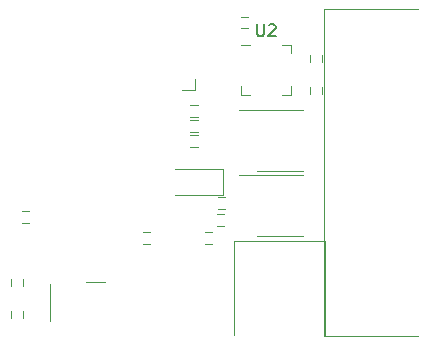
<source format=gbr>
%TF.GenerationSoftware,KiCad,Pcbnew,(6.0.2-0)*%
%TF.CreationDate,2022-02-22T16:57:25+00:00*%
%TF.ProjectId,Bell2,42656c6c-322e-46b6-9963-61645f706362,2*%
%TF.SameCoordinates,Original*%
%TF.FileFunction,Legend,Top*%
%TF.FilePolarity,Positive*%
%FSLAX46Y46*%
G04 Gerber Fmt 4.6, Leading zero omitted, Abs format (unit mm)*
G04 Created by KiCad (PCBNEW (6.0.2-0)) date 2022-02-22 16:57:25*
%MOMM*%
%LPD*%
G01*
G04 APERTURE LIST*
%ADD10C,0.150000*%
%ADD11C,0.120000*%
G04 APERTURE END LIST*
D10*
%TO.C,U2*%
X94338095Y-34152380D02*
X94338095Y-34961904D01*
X94385714Y-35057142D01*
X94433333Y-35104761D01*
X94528571Y-35152380D01*
X94719047Y-35152380D01*
X94814285Y-35104761D01*
X94861904Y-35057142D01*
X94909523Y-34961904D01*
X94909523Y-34152380D01*
X95338095Y-34247619D02*
X95385714Y-34200000D01*
X95480952Y-34152380D01*
X95719047Y-34152380D01*
X95814285Y-34200000D01*
X95861904Y-34247619D01*
X95909523Y-34342857D01*
X95909523Y-34438095D01*
X95861904Y-34580952D01*
X95290476Y-35152380D01*
X95909523Y-35152380D01*
D11*
X92990000Y-40110000D02*
X92990000Y-39385000D01*
X93715000Y-35890000D02*
X92990000Y-35890000D01*
X97210000Y-35890000D02*
X97210000Y-36615000D01*
X97210000Y-40110000D02*
X97210000Y-39385000D01*
X96485000Y-35890000D02*
X97210000Y-35890000D01*
X96485000Y-40110000D02*
X97210000Y-40110000D01*
X93715000Y-40110000D02*
X92990000Y-40110000D01*
%TO.C,J3*%
X100000000Y-32850000D02*
X108000000Y-32850000D01*
X100000000Y-60550000D02*
X100000000Y-32850000D01*
X100000000Y-60550000D02*
X108000000Y-60550000D01*
%TO.C,R3*%
X90950000Y-51250000D02*
X91550000Y-51250000D01*
X90950000Y-50250000D02*
X91550000Y-50250000D01*
%TO.C,R2*%
X91025000Y-48750000D02*
X91625000Y-48750000D01*
X91025000Y-49750000D02*
X91625000Y-49750000D01*
%TO.C,J2*%
X92400000Y-52500000D02*
X100100000Y-52500000D01*
X92400000Y-52500000D02*
X92400000Y-60500000D01*
X100100000Y-52500000D02*
X100100000Y-60500000D01*
%TO.C,R10*%
X89300000Y-42250000D02*
X88700000Y-42250000D01*
X89300000Y-43250000D02*
X88700000Y-43250000D01*
%TO.C,R4*%
X98800000Y-36775000D02*
X98800000Y-37375000D01*
X99800000Y-36775000D02*
X99800000Y-37375000D01*
%TO.C,R9*%
X89300000Y-42000000D02*
X88700000Y-42000000D01*
X89300000Y-41000000D02*
X88700000Y-41000000D01*
%TO.C,R7*%
X99800000Y-40050000D02*
X99800000Y-39450000D01*
X98800000Y-40050000D02*
X98800000Y-39450000D01*
%TO.C,C1*%
X93550000Y-34500000D02*
X92950000Y-34500000D01*
X93550000Y-33500000D02*
X92950000Y-33500000D01*
%TO.C,R1*%
X74450000Y-51000000D02*
X75050000Y-51000000D01*
X74450000Y-50000000D02*
X75050000Y-50000000D01*
%TO.C,U4*%
X96250000Y-46560000D02*
X94300000Y-46560000D01*
X96250000Y-41440000D02*
X98200000Y-41440000D01*
X96250000Y-46560000D02*
X98200000Y-46560000D01*
X96250000Y-41440000D02*
X92800000Y-41440000D01*
%TO.C,U3*%
X96250000Y-52060000D02*
X98200000Y-52060000D01*
X96250000Y-46940000D02*
X98200000Y-46940000D01*
X96250000Y-52060000D02*
X94300000Y-52060000D01*
X96250000Y-46940000D02*
X92800000Y-46940000D01*
%TO.C,R5*%
X85300000Y-51750000D02*
X84700000Y-51750000D01*
X85300000Y-52750000D02*
X84700000Y-52750000D01*
%TO.C,R12*%
X74500000Y-55700000D02*
X74500000Y-56300000D01*
X73500000Y-55700000D02*
X73500000Y-56300000D01*
%TO.C,R6*%
X90550000Y-51750000D02*
X89950000Y-51750000D01*
X90550000Y-52750000D02*
X89950000Y-52750000D01*
%TO.C,D3*%
X91460000Y-46365000D02*
X87400000Y-46365000D01*
X87400000Y-48635000D02*
X91460000Y-48635000D01*
X91460000Y-48635000D02*
X91460000Y-46365000D01*
%TO.C,R11*%
X73500000Y-59050000D02*
X73500000Y-58450000D01*
X74500000Y-59050000D02*
X74500000Y-58450000D01*
%TO.C,U5*%
X76825000Y-59250000D02*
X76825000Y-56150000D01*
X79875000Y-55975000D02*
X81475000Y-55975000D01*
%TO.C,R8*%
X89300000Y-44500000D02*
X88700000Y-44500000D01*
X89300000Y-43500000D02*
X88700000Y-43500000D01*
%TO.C,D2*%
X88025000Y-39750000D02*
X89125000Y-39750000D01*
X89125000Y-39750000D02*
X89125000Y-38750000D01*
%TD*%
M02*

</source>
